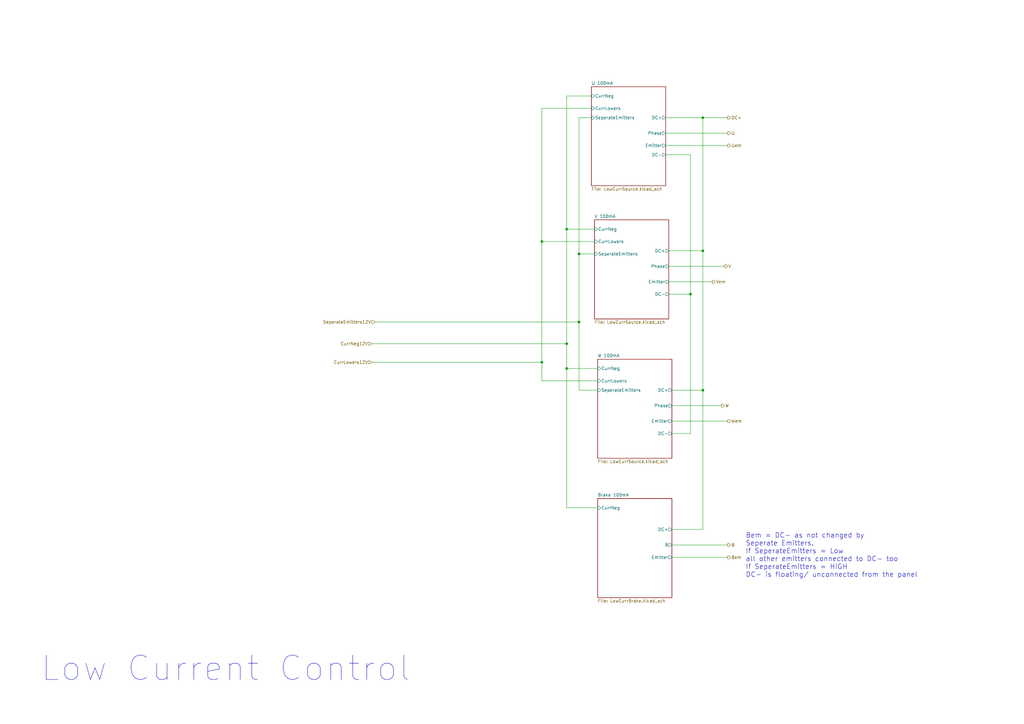
<source format=kicad_sch>
(kicad_sch
	(version 20231120)
	(generator "eeschema")
	(generator_version "8.0")
	(uuid "47bbe107-ffb4-4cb9-8cdd-7ff3a93e3685")
	(paper "A3")
	(title_block
		(title "GAVIM V4 TEST 137")
		(date "2024-06-25")
		(rev "04.02")
		(company "Nidec Drives")
	)
	(lib_symbols)
	(junction
		(at 288.29 102.87)
		(diameter 0)
		(color 0 0 0 0)
		(uuid "0524f2a8-c299-4e0b-84e9-bd6368d818f7")
	)
	(junction
		(at 222.25 148.59)
		(diameter 0)
		(color 0 0 0 0)
		(uuid "231de783-cbcd-4279-a0ee-c78386ac0b4e")
	)
	(junction
		(at 288.29 160.02)
		(diameter 0)
		(color 0 0 0 0)
		(uuid "24aeec26-29cb-4ed4-b4a7-53ce9265389e")
	)
	(junction
		(at 237.49 132.08)
		(diameter 0)
		(color 0 0 0 0)
		(uuid "2ec386f8-9e31-4e41-9e31-289163b44265")
	)
	(junction
		(at 288.29 48.26)
		(diameter 0)
		(color 0 0 0 0)
		(uuid "357f54b2-796d-46c7-9c2a-6f581b02e0ec")
	)
	(junction
		(at 222.25 99.06)
		(diameter 0)
		(color 0 0 0 0)
		(uuid "42fea04d-3bae-4de8-b7cf-5c6832beed03")
	)
	(junction
		(at 283.21 120.65)
		(diameter 0)
		(color 0 0 0 0)
		(uuid "57d0f73c-eba4-4f67-858a-adb3c25a17db")
	)
	(junction
		(at 232.41 140.97)
		(diameter 0)
		(color 0 0 0 0)
		(uuid "58de74b9-2c8e-4e98-8673-051eff567893")
	)
	(junction
		(at 237.49 104.14)
		(diameter 0)
		(color 0 0 0 0)
		(uuid "931791b6-16da-4784-a03a-ff897dc990c2")
	)
	(junction
		(at 232.41 93.98)
		(diameter 0)
		(color 0 0 0 0)
		(uuid "ad729291-11ae-4112-bd60-4ea32afcebe1")
	)
	(junction
		(at 232.41 151.13)
		(diameter 0)
		(color 0 0 0 0)
		(uuid "ae25f648-7928-4d6c-9646-e261fcea7b04")
	)
	(wire
		(pts
			(xy 222.25 156.21) (xy 222.25 148.59)
		)
		(stroke
			(width 0)
			(type default)
		)
		(uuid "06e4a8be-5040-4890-8e64-398764be06fd")
	)
	(wire
		(pts
			(xy 237.49 132.08) (xy 237.49 104.14)
		)
		(stroke
			(width 0)
			(type default)
		)
		(uuid "1583597c-8738-435b-acfb-02bb64a78ba0")
	)
	(wire
		(pts
			(xy 273.05 63.5) (xy 283.21 63.5)
		)
		(stroke
			(width 0)
			(type default)
		)
		(uuid "1a13985e-9081-4e1b-b46d-3e8b8b98db19")
	)
	(wire
		(pts
			(xy 245.11 160.02) (xy 237.49 160.02)
		)
		(stroke
			(width 0)
			(type default)
		)
		(uuid "1fb6ccc2-bc87-4e8c-86ab-a3e45309ec55")
	)
	(wire
		(pts
			(xy 245.11 151.13) (xy 232.41 151.13)
		)
		(stroke
			(width 0)
			(type default)
		)
		(uuid "20e6e356-8bce-46f4-b17e-a25495972bcf")
	)
	(wire
		(pts
			(xy 275.59 228.6) (xy 298.45 228.6)
		)
		(stroke
			(width 0)
			(type default)
		)
		(uuid "23e691d5-ce4d-467c-b1a3-f069a37f74d9")
	)
	(wire
		(pts
			(xy 273.05 59.69) (xy 298.45 59.69)
		)
		(stroke
			(width 0)
			(type default)
		)
		(uuid "29ddec44-061f-49bb-b839-69c3cbe65b42")
	)
	(wire
		(pts
			(xy 232.41 39.37) (xy 242.57 39.37)
		)
		(stroke
			(width 0)
			(type default)
		)
		(uuid "2c227f8a-1e4e-4244-b917-0d34160b329d")
	)
	(wire
		(pts
			(xy 232.41 93.98) (xy 232.41 39.37)
		)
		(stroke
			(width 0)
			(type default)
		)
		(uuid "341e0a7a-7309-40d4-a143-55e994ff96c3")
	)
	(wire
		(pts
			(xy 273.05 54.61) (xy 298.45 54.61)
		)
		(stroke
			(width 0)
			(type default)
		)
		(uuid "37c90b94-0303-4a08-b286-5a59e71de8ed")
	)
	(wire
		(pts
			(xy 152.4 148.59) (xy 222.25 148.59)
		)
		(stroke
			(width 0)
			(type default)
		)
		(uuid "3be6f915-fa0a-400e-bc6d-b0d708ea2332")
	)
	(wire
		(pts
			(xy 222.25 99.06) (xy 222.25 44.45)
		)
		(stroke
			(width 0)
			(type default)
		)
		(uuid "4589aa59-2fc6-41ed-89cb-a8646ad7ea2b")
	)
	(wire
		(pts
			(xy 232.41 151.13) (xy 232.41 140.97)
		)
		(stroke
			(width 0)
			(type default)
		)
		(uuid "462e4286-7886-45e1-8b1f-07089e191504")
	)
	(wire
		(pts
			(xy 275.59 172.72) (xy 298.45 172.72)
		)
		(stroke
			(width 0)
			(type default)
		)
		(uuid "4f42d9f9-aa70-48d0-988a-b2d81cff017c")
	)
	(wire
		(pts
			(xy 283.21 177.8) (xy 283.21 120.65)
		)
		(stroke
			(width 0)
			(type default)
		)
		(uuid "56db4736-985c-4d37-b961-16ccee025aa6")
	)
	(wire
		(pts
			(xy 237.49 160.02) (xy 237.49 132.08)
		)
		(stroke
			(width 0)
			(type default)
		)
		(uuid "5b23f16c-6f63-4848-aeb4-2d9317b2d044")
	)
	(wire
		(pts
			(xy 273.05 48.26) (xy 288.29 48.26)
		)
		(stroke
			(width 0)
			(type default)
		)
		(uuid "6be375da-134e-4a94-86fe-34d26e56f385")
	)
	(wire
		(pts
			(xy 242.57 48.26) (xy 237.49 48.26)
		)
		(stroke
			(width 0)
			(type default)
		)
		(uuid "6c1b0d5d-8d6f-4e8c-95fc-71becaef0f9e")
	)
	(wire
		(pts
			(xy 222.25 99.06) (xy 222.25 148.59)
		)
		(stroke
			(width 0)
			(type default)
		)
		(uuid "80382fa8-dc9a-4c0d-972f-78a1199e760f")
	)
	(wire
		(pts
			(xy 243.84 104.14) (xy 237.49 104.14)
		)
		(stroke
			(width 0)
			(type default)
		)
		(uuid "80dc0304-0a73-4151-ba93-f7bd10cb4afb")
	)
	(wire
		(pts
			(xy 222.25 44.45) (xy 242.57 44.45)
		)
		(stroke
			(width 0)
			(type default)
		)
		(uuid "8408623d-2939-417f-b68b-bb6ba63bb0c7")
	)
	(wire
		(pts
			(xy 274.32 115.57) (xy 292.1 115.57)
		)
		(stroke
			(width 0)
			(type default)
		)
		(uuid "90d660db-673f-4995-abab-2d6b262ec1ce")
	)
	(wire
		(pts
			(xy 274.32 109.22) (xy 297.18 109.22)
		)
		(stroke
			(width 0)
			(type default)
		)
		(uuid "982afba1-2db8-4140-b58b-8a6599e27c84")
	)
	(wire
		(pts
			(xy 245.11 208.28) (xy 232.41 208.28)
		)
		(stroke
			(width 0)
			(type default)
		)
		(uuid "989a8e34-e05b-49a5-bb2d-d0894d67e269")
	)
	(wire
		(pts
			(xy 275.59 160.02) (xy 288.29 160.02)
		)
		(stroke
			(width 0)
			(type default)
		)
		(uuid "99eff636-34c2-4292-839a-06476aaca251")
	)
	(wire
		(pts
			(xy 222.25 99.06) (xy 243.84 99.06)
		)
		(stroke
			(width 0)
			(type default)
		)
		(uuid "a1755c0c-6a1f-41cd-93f2-d79df97686c5")
	)
	(wire
		(pts
			(xy 275.59 223.52) (xy 298.45 223.52)
		)
		(stroke
			(width 0)
			(type default)
		)
		(uuid "a4fd38a7-33ce-40fe-b11b-f3e0ab8c03bf")
	)
	(wire
		(pts
			(xy 152.4 140.97) (xy 232.41 140.97)
		)
		(stroke
			(width 0)
			(type default)
		)
		(uuid "a718cfaa-a067-463b-9d90-4eb1e481f9c1")
	)
	(wire
		(pts
			(xy 283.21 63.5) (xy 283.21 120.65)
		)
		(stroke
			(width 0)
			(type default)
		)
		(uuid "aacfb966-750e-4910-bae4-f519d97f5d46")
	)
	(wire
		(pts
			(xy 243.84 93.98) (xy 232.41 93.98)
		)
		(stroke
			(width 0)
			(type default)
		)
		(uuid "b1b0812e-07b5-47fd-872b-8df75f04c834")
	)
	(wire
		(pts
			(xy 288.29 102.87) (xy 288.29 160.02)
		)
		(stroke
			(width 0)
			(type default)
		)
		(uuid "b641f5d3-1d61-4813-88a1-743f38732d3a")
	)
	(wire
		(pts
			(xy 275.59 166.37) (xy 295.91 166.37)
		)
		(stroke
			(width 0)
			(type default)
		)
		(uuid "bc5e2cb2-78a3-4f55-944a-1415bc303504")
	)
	(wire
		(pts
			(xy 275.59 177.8) (xy 283.21 177.8)
		)
		(stroke
			(width 0)
			(type default)
		)
		(uuid "c28f793d-ff4f-42b2-8a73-e347453ccbc8")
	)
	(wire
		(pts
			(xy 288.29 217.17) (xy 288.29 160.02)
		)
		(stroke
			(width 0)
			(type default)
		)
		(uuid "c5d43d27-b609-4dde-90db-418fb050a176")
	)
	(wire
		(pts
			(xy 288.29 48.26) (xy 288.29 102.87)
		)
		(stroke
			(width 0)
			(type default)
		)
		(uuid "cd5e9750-60ea-455b-bac9-a2aa8c72f0bc")
	)
	(wire
		(pts
			(xy 283.21 120.65) (xy 274.32 120.65)
		)
		(stroke
			(width 0)
			(type default)
		)
		(uuid "ce6d69fa-21bb-4a2d-9b56-ce1dc89d68fd")
	)
	(wire
		(pts
			(xy 275.59 217.17) (xy 288.29 217.17)
		)
		(stroke
			(width 0)
			(type default)
		)
		(uuid "ce7bdc22-bf82-4b28-9b32-99aa666c81f6")
	)
	(wire
		(pts
			(xy 245.11 156.21) (xy 222.25 156.21)
		)
		(stroke
			(width 0)
			(type default)
		)
		(uuid "e6555c04-3bd1-4fcd-a089-56202ed63c6d")
	)
	(wire
		(pts
			(xy 232.41 93.98) (xy 232.41 140.97)
		)
		(stroke
			(width 0)
			(type default)
		)
		(uuid "e9ab84e7-0e9b-4d50-9761-d1d85767bba0")
	)
	(wire
		(pts
			(xy 232.41 208.28) (xy 232.41 151.13)
		)
		(stroke
			(width 0)
			(type default)
		)
		(uuid "f67d7207-492a-4e68-9890-7b68663e6a07")
	)
	(wire
		(pts
			(xy 237.49 132.08) (xy 153.67 132.08)
		)
		(stroke
			(width 0)
			(type default)
		)
		(uuid "f88f67e4-b7d2-4f46-9999-a6a9b8615ff2")
	)
	(wire
		(pts
			(xy 274.32 102.87) (xy 288.29 102.87)
		)
		(stroke
			(width 0)
			(type default)
		)
		(uuid "f9666dff-9a32-4468-8313-318c4b7e049b")
	)
	(wire
		(pts
			(xy 237.49 48.26) (xy 237.49 104.14)
		)
		(stroke
			(width 0)
			(type default)
		)
		(uuid "fc8843b5-4d75-4604-a342-754ef135c206")
	)
	(wire
		(pts
			(xy 288.29 48.26) (xy 298.45 48.26)
		)
		(stroke
			(width 0)
			(type default)
		)
		(uuid "fcb89b4c-fd96-48ea-925a-3f04266aa385")
	)
	(text "Bem = DC- as not changed by\nSeperate Emitters.\nIf SeperateEmitters = Low\nall other emitters connected to DC- too\nIf SeperateEmitters = HIGH\nDC- is floating/ unconnected from the panel"
		(exclude_from_sim no)
		(at 305.816 236.982 0)
		(effects
			(font
				(size 2 2)
			)
			(justify left bottom)
		)
		(uuid "4c3e12b2-13c4-4029-ac49-b13736c4b472")
	)
	(text "Low Current Control"
		(exclude_from_sim no)
		(at 16.51 274.32 0)
		(effects
			(font
				(size 10 10)
			)
			(justify left)
		)
		(uuid "9212af40-8b7d-4940-8971-98d155079a99")
	)
	(hierarchical_label "B"
		(shape output)
		(at 298.45 223.52 0)
		(fields_autoplaced yes)
		(effects
			(font
				(size 1.27 1.27)
			)
			(justify left)
		)
		(uuid "0a234295-f170-4c0e-8de8-37eaab22cce1")
	)
	(hierarchical_label "CurrNeg12V"
		(shape input)
		(at 152.4 140.97 180)
		(fields_autoplaced yes)
		(effects
			(font
				(size 1.27 1.27)
			)
			(justify right)
		)
		(uuid "125cc205-9277-45a8-a58d-4ff6db619d55")
	)
	(hierarchical_label "DC+"
		(shape output)
		(at 298.45 48.26 0)
		(fields_autoplaced yes)
		(effects
			(font
				(size 1.27 1.27)
			)
			(justify left)
		)
		(uuid "1458c4f6-1d8d-41f0-9d9c-ee7704a4c523")
	)
	(hierarchical_label "Vem"
		(shape output)
		(at 292.1 115.57 0)
		(fields_autoplaced yes)
		(effects
			(font
				(size 1.27 1.27)
			)
			(justify left)
		)
		(uuid "2b7941c7-cca2-4138-9f48-ccb9d219616f")
	)
	(hierarchical_label "U"
		(shape output)
		(at 298.45 54.61 0)
		(fields_autoplaced yes)
		(effects
			(font
				(size 1.27 1.27)
			)
			(justify left)
		)
		(uuid "43a33958-da2b-41dd-af86-c2544d3146ad")
	)
	(hierarchical_label "W"
		(shape output)
		(at 295.91 166.37 0)
		(fields_autoplaced yes)
		(effects
			(font
				(size 1.27 1.27)
			)
			(justify left)
		)
		(uuid "492134a5-12a5-4f85-8e5a-df2163bf2500")
	)
	(hierarchical_label "V"
		(shape output)
		(at 297.18 109.22 0)
		(fields_autoplaced yes)
		(effects
			(font
				(size 1.27 1.27)
			)
			(justify left)
		)
		(uuid "5da896a5-f38a-4f60-8e41-f8ebc0cf36e5")
	)
	(hierarchical_label "SeperateEmitters12V"
		(shape input)
		(at 153.67 132.08 180)
		(fields_autoplaced yes)
		(effects
			(font
				(size 1.27 1.27)
			)
			(justify right)
		)
		(uuid "717e8834-1c6e-4105-8c63-4c86a0bc1e5a")
	)
	(hierarchical_label "Bem"
		(shape output)
		(at 298.45 228.6 0)
		(fields_autoplaced yes)
		(effects
			(font
				(size 1.27 1.27)
			)
			(justify left)
		)
		(uuid "7d6e6629-fdb8-43e2-a7df-3d745f4ee9e7")
	)
	(hierarchical_label "CurrLowers12V"
		(shape input)
		(at 152.4 148.59 180)
		(fields_autoplaced yes)
		(effects
			(font
				(size 1.27 1.27)
			)
			(justify right)
		)
		(uuid "baebe082-cad3-4aa3-b660-9e1ea09f7dac")
	)
	(hierarchical_label "Wem"
		(shape output)
		(at 298.45 172.72 0)
		(fields_autoplaced yes)
		(effects
			(font
				(size 1.27 1.27)
			)
			(justify left)
		)
		(uuid "cd4602ca-844c-4459-945c-b2e7924d6f51")
	)
	(hierarchical_label "Uem"
		(shape output)
		(at 298.45 59.69 0)
		(fields_autoplaced yes)
		(effects
			(font
				(size 1.27 1.27)
			)
			(justify left)
		)
		(uuid "d3124ba7-ac7d-4921-9ea0-fba45a493e0a")
	)
	(sheet
		(at 245.11 147.32)
		(size 30.48 40.64)
		(fields_autoplaced yes)
		(stroke
			(width 0.1524)
			(type solid)
		)
		(fill
			(color 0 0 0 0.0000)
		)
		(uuid "1b527328-240b-4081-a2e0-d4e6599c47f7")
		(property "Sheetname" "W 100mA"
			(at 245.11 146.6084 0)
			(effects
				(font
					(size 1.27 1.27)
				)
				(justify left bottom)
			)
		)
		(property "Sheetfile" "LowCurrSource.kicad_sch"
			(at 245.11 188.5446 0)
			(effects
				(font
					(size 1.27 1.27)
				)
				(justify left top)
			)
		)
		(pin "Phase" output
			(at 275.59 166.37 0)
			(effects
				(font
					(size 1.27 1.27)
				)
				(justify right)
			)
			(uuid "20a7be7f-5157-469d-8336-482e000ff6ec")
		)
		(pin "DC+" output
			(at 275.59 160.02 0)
			(effects
				(font
					(size 1.27 1.27)
				)
				(justify right)
			)
			(uuid "3694059f-0484-4454-bfd3-3300e011d148")
		)
		(pin "Emitter" output
			(at 275.59 172.72 0)
			(effects
				(font
					(size 1.27 1.27)
				)
				(justify right)
			)
			(uuid "a6e15e81-65f5-44e2-a05b-02bd27894e1a")
		)
		(pin "CurrNeg" input
			(at 245.11 151.13 180)
			(effects
				(font
					(size 1.27 1.27)
				)
				(justify left)
			)
			(uuid "3685c6ce-d110-4403-8091-58d2850aacef")
		)
		(pin "CurrLowers" input
			(at 245.11 156.21 180)
			(effects
				(font
					(size 1.27 1.27)
				)
				(justify left)
			)
			(uuid "45871bee-db8e-439a-ba72-c47d80291934")
		)
		(pin "SeperateEmitters" input
			(at 245.11 160.02 180)
			(effects
				(font
					(size 1.27 1.27)
				)
				(justify left)
			)
			(uuid "8fbfba38-4b52-427e-aad8-861149ca33fb")
		)
		(pin "DC-" output
			(at 275.59 177.8 0)
			(effects
				(font
					(size 1.27 1.27)
				)
				(justify right)
			)
			(uuid "5a23afc4-ae05-47bb-bd55-0243940a010d")
		)
		(instances
			(project "TEST137"
				(path "/b9e049fb-82b3-4ace-b86e-ee435a65c8a1/1fc63436-e7dc-4e7a-ae43-0800ff10c56a"
					(page "3")
				)
			)
		)
	)
	(sheet
		(at 242.57 35.56)
		(size 30.48 40.64)
		(fields_autoplaced yes)
		(stroke
			(width 0.1524)
			(type solid)
		)
		(fill
			(color 0 0 0 0.0000)
		)
		(uuid "6284e981-b7ec-42c9-838a-39af946299ee")
		(property "Sheetname" "U 100mA"
			(at 242.57 34.8484 0)
			(effects
				(font
					(size 1.27 1.27)
				)
				(justify left bottom)
			)
		)
		(property "Sheetfile" "LowCurrSource.kicad_sch"
			(at 242.57 76.7846 0)
			(effects
				(font
					(size 1.27 1.27)
				)
				(justify left top)
			)
		)
		(pin "Phase" output
			(at 273.05 54.61 0)
			(effects
				(font
					(size 1.27 1.27)
				)
				(justify right)
			)
			(uuid "b75c8c66-886b-439c-99ad-d0e553108324")
		)
		(pin "DC+" output
			(at 273.05 48.26 0)
			(effects
				(font
					(size 1.27 1.27)
				)
				(justify right)
			)
			(uuid "27c287b1-f0c3-427a-892b-02963034f1f5")
		)
		(pin "Emitter" output
			(at 273.05 59.69 0)
			(effects
				(font
					(size 1.27 1.27)
				)
				(justify right)
			)
			(uuid "7bc65649-45a0-49a5-9b51-9b5f599fa0ad")
		)
		(pin "CurrNeg" input
			(at 242.57 39.37 180)
			(effects
				(font
					(size 1.27 1.27)
				)
				(justify left)
			)
			(uuid "a4821cca-205a-46b9-839e-4943e640a5f4")
		)
		(pin "CurrLowers" input
			(at 242.57 44.45 180)
			(effects
				(font
					(size 1.27 1.27)
				)
				(justify left)
			)
			(uuid "ee418ef2-8f56-4f68-a4c0-49b9da7b8463")
		)
		(pin "SeperateEmitters" input
			(at 242.57 48.26 180)
			(effects
				(font
					(size 1.27 1.27)
				)
				(justify left)
			)
			(uuid "7f812cad-3603-467b-b2ed-026a7a9431c1")
		)
		(pin "DC-" output
			(at 273.05 63.5 0)
			(effects
				(font
					(size 1.27 1.27)
				)
				(justify right)
			)
			(uuid "eb04bcc1-62cd-424c-bc67-be365bc68c06")
		)
		(instances
			(project "TEST137"
				(path "/b9e049fb-82b3-4ace-b86e-ee435a65c8a1/1fc63436-e7dc-4e7a-ae43-0800ff10c56a"
					(page "9")
				)
			)
		)
	)
	(sheet
		(at 245.11 204.47)
		(size 30.48 40.64)
		(fields_autoplaced yes)
		(stroke
			(width 0.1524)
			(type solid)
		)
		(fill
			(color 0 0 0 0.0000)
		)
		(uuid "b77df1c4-1ab6-49b1-9ea2-39ae1e37461f")
		(property "Sheetname" "Brake 100mA"
			(at 245.11 203.7584 0)
			(effects
				(font
					(size 1.27 1.27)
				)
				(justify left bottom)
			)
		)
		(property "Sheetfile" "LowCurrBrake.kicad_sch"
			(at 245.11 245.6946 0)
			(effects
				(font
					(size 1.27 1.27)
				)
				(justify left top)
			)
		)
		(pin "DC+" output
			(at 275.59 217.17 0)
			(effects
				(font
					(size 1.27 1.27)
				)
				(justify right)
			)
			(uuid "c805e154-fd98-40b6-8f30-64258dd8dbda")
		)
		(pin "B" output
			(at 275.59 223.52 0)
			(effects
				(font
					(size 1.27 1.27)
				)
				(justify right)
			)
			(uuid "43b972de-7411-46af-8d17-b516f293e997")
		)
		(pin "Emitter" output
			(at 275.59 228.6 0)
			(effects
				(font
					(size 1.27 1.27)
				)
				(justify right)
			)
			(uuid "d7c294dd-d37c-4e61-a0dc-88082987ea7c")
		)
		(pin "CurrNeg" input
			(at 245.11 208.28 180)
			(effects
				(font
					(size 1.27 1.27)
				)
				(justify left)
			)
			(uuid "5f8de28c-0c3a-4090-b35e-f12145f4c37d")
		)
		(instances
			(project "TEST137"
				(path "/b9e049fb-82b3-4ace-b86e-ee435a65c8a1/1fc63436-e7dc-4e7a-ae43-0800ff10c56a"
					(page "4")
				)
			)
		)
	)
	(sheet
		(at 243.84 90.17)
		(size 30.48 40.64)
		(fields_autoplaced yes)
		(stroke
			(width 0.1524)
			(type solid)
		)
		(fill
			(color 0 0 0 0.0000)
		)
		(uuid "cfc19308-1530-43e7-8606-965319818cf0")
		(property "Sheetname" "V 100mA"
			(at 243.84 89.4584 0)
			(effects
				(font
					(size 1.27 1.27)
				)
				(justify left bottom)
			)
		)
		(property "Sheetfile" "LowCurrSource.kicad_sch"
			(at 243.84 131.3946 0)
			(effects
				(font
					(size 1.27 1.27)
				)
				(justify left top)
			)
		)
		(pin "Phase" output
			(at 274.32 109.22 0)
			(effects
				(font
					(size 1.27 1.27)
				)
				(justify right)
			)
			(uuid "56a932ef-6682-4412-aaff-dae527ebcdfd")
		)
		(pin "DC+" output
			(at 274.32 102.87 0)
			(effects
				(font
					(size 1.27 1.27)
				)
				(justify right)
			)
			(uuid "1ddb6f54-4a0c-4c2f-aae2-e80c34986c29")
		)
		(pin "Emitter" output
			(at 274.32 115.57 0)
			(effects
				(font
					(size 1.27 1.27)
				)
				(justify right)
			)
			(uuid "4ae7226d-a398-4912-8cb2-9670826c61b4")
		)
		(pin "CurrNeg" input
			(at 243.84 93.98 180)
			(effects
				(font
					(size 1.27 1.27)
				)
				(justify left)
			)
			(uuid "250bd34c-e406-4b17-b4b6-2bf5f3c15f48")
		)
		(pin "CurrLowers" input
			(at 243.84 99.06 180)
			(effects
				(font
					(size 1.27 1.27)
				)
				(justify left)
			)
			(uuid "a0c10420-3162-4a0a-9b10-2fe473975ea6")
		)
		(pin "SeperateEmitters" input
			(at 243.84 104.14 180)
			(effects
				(font
					(size 1.27 1.27)
				)
				(justify left)
			)
			(uuid "8a50493b-b8fd-476c-9701-e758efe4a716")
		)
		(pin "DC-" output
			(at 274.32 120.65 0)
			(effects
				(font
					(size 1.27 1.27)
				)
				(justify right)
			)
			(uuid "a7853630-ce57-442a-aedd-455b78dccff0")
		)
		(instances
			(project "TEST137"
				(path "/b9e049fb-82b3-4ace-b86e-ee435a65c8a1/1fc63436-e7dc-4e7a-ae43-0800ff10c56a"
					(page "2")
				)
			)
		)
	)
)

</source>
